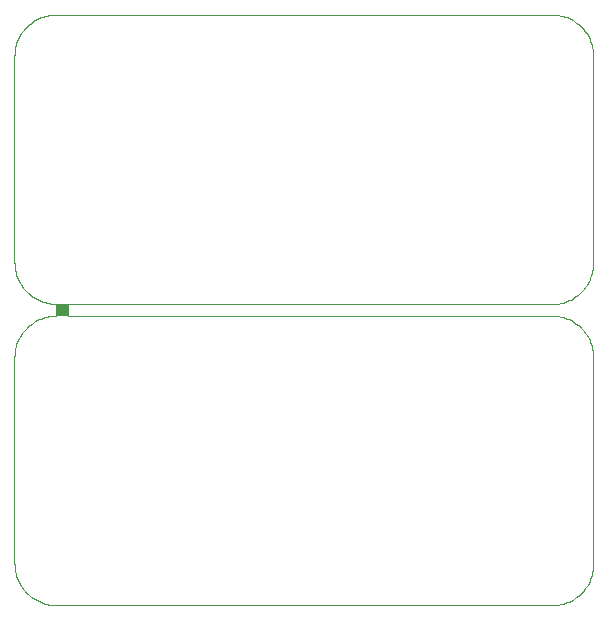
<source format=gts>
G75*
G70*
%OFA0B0*%
%FSLAX24Y24*%
%IPPOS*%
%LPD*%
%AMOC8*
5,1,8,0,0,1.08239X$1,22.5*
%
%ADD10C,0.0000*%
%ADD11R,0.0394X0.0394*%
D10*
X000100Y001475D02*
X000100Y001517D01*
X000100Y008368D01*
X000100Y008371D01*
X000100Y008368D02*
X000102Y008440D01*
X000108Y008512D01*
X000117Y008584D01*
X000130Y008655D01*
X000147Y008725D01*
X000167Y008794D01*
X000192Y008862D01*
X000219Y008928D01*
X000250Y008994D01*
X000285Y009057D01*
X000322Y009119D01*
X000363Y009178D01*
X000407Y009235D01*
X000454Y009290D01*
X000504Y009342D01*
X000556Y009392D01*
X000611Y009439D01*
X000668Y009483D01*
X000727Y009524D01*
X000789Y009561D01*
X000852Y009596D01*
X000918Y009627D01*
X000984Y009654D01*
X001052Y009679D01*
X001121Y009699D01*
X001191Y009716D01*
X001262Y009729D01*
X001334Y009738D01*
X001406Y009744D01*
X001478Y009746D01*
X001478Y010139D01*
X001475Y010139D01*
X001475Y009746D02*
X001478Y009746D01*
X001872Y009746D02*
X018014Y009746D01*
X018014Y010139D02*
X001872Y010139D01*
X001872Y009746D01*
X001478Y010139D02*
X001405Y010142D01*
X001332Y010149D01*
X001260Y010159D01*
X001188Y010174D01*
X001117Y010192D01*
X001047Y010214D01*
X000979Y010239D01*
X000911Y010268D01*
X000846Y010300D01*
X000782Y010336D01*
X000720Y010375D01*
X000660Y010418D01*
X000603Y010463D01*
X000548Y010511D01*
X000496Y010562D01*
X000446Y010616D01*
X000399Y010673D01*
X000356Y010731D01*
X000315Y010792D01*
X000278Y010855D01*
X000244Y010920D01*
X000213Y010986D01*
X000186Y011054D01*
X000162Y011124D01*
X000143Y011194D01*
X000127Y011266D01*
X000114Y011338D01*
X000106Y011410D01*
X000101Y011484D01*
X000100Y011557D01*
X000100Y018407D01*
X000100Y018410D01*
X000100Y018407D02*
X000102Y018479D01*
X000108Y018551D01*
X000117Y018623D01*
X000130Y018694D01*
X000147Y018764D01*
X000167Y018833D01*
X000192Y018901D01*
X000219Y018967D01*
X000250Y019033D01*
X000285Y019096D01*
X000322Y019158D01*
X000363Y019217D01*
X000407Y019274D01*
X000454Y019329D01*
X000504Y019381D01*
X000556Y019431D01*
X000611Y019478D01*
X000668Y019522D01*
X000727Y019563D01*
X000789Y019600D01*
X000852Y019635D01*
X000918Y019666D01*
X000984Y019693D01*
X001052Y019718D01*
X001121Y019738D01*
X001191Y019755D01*
X001262Y019768D01*
X001334Y019777D01*
X001406Y019783D01*
X001478Y019785D01*
X018014Y019785D01*
X018086Y019783D01*
X018158Y019777D01*
X018230Y019768D01*
X018301Y019755D01*
X018371Y019738D01*
X018440Y019718D01*
X018508Y019693D01*
X018574Y019666D01*
X018640Y019635D01*
X018703Y019600D01*
X018765Y019563D01*
X018824Y019522D01*
X018881Y019478D01*
X018936Y019431D01*
X018988Y019381D01*
X019038Y019329D01*
X019085Y019274D01*
X019129Y019217D01*
X019170Y019158D01*
X019207Y019096D01*
X019242Y019033D01*
X019273Y018967D01*
X019300Y018901D01*
X019325Y018833D01*
X019345Y018764D01*
X019362Y018694D01*
X019375Y018623D01*
X019384Y018551D01*
X019390Y018479D01*
X019392Y018407D01*
X019391Y018407D02*
X019391Y011517D01*
X019392Y011517D02*
X019390Y011445D01*
X019384Y011373D01*
X019375Y011301D01*
X019362Y011230D01*
X019345Y011160D01*
X019325Y011091D01*
X019300Y011023D01*
X019273Y010957D01*
X019242Y010891D01*
X019207Y010828D01*
X019170Y010766D01*
X019129Y010707D01*
X019085Y010650D01*
X019038Y010595D01*
X018988Y010543D01*
X018936Y010493D01*
X018881Y010446D01*
X018824Y010402D01*
X018765Y010361D01*
X018703Y010324D01*
X018640Y010289D01*
X018574Y010258D01*
X018508Y010231D01*
X018440Y010206D01*
X018371Y010186D01*
X018301Y010169D01*
X018230Y010156D01*
X018158Y010147D01*
X018086Y010141D01*
X018014Y010139D01*
X018017Y010139D01*
X018014Y009746D02*
X018086Y009744D01*
X018158Y009738D01*
X018230Y009729D01*
X018301Y009716D01*
X018371Y009699D01*
X018440Y009679D01*
X018508Y009654D01*
X018574Y009627D01*
X018640Y009596D01*
X018703Y009561D01*
X018765Y009524D01*
X018824Y009483D01*
X018881Y009439D01*
X018936Y009392D01*
X018988Y009342D01*
X019038Y009290D01*
X019085Y009235D01*
X019129Y009178D01*
X019170Y009119D01*
X019207Y009057D01*
X019242Y008994D01*
X019273Y008928D01*
X019300Y008862D01*
X019325Y008794D01*
X019345Y008725D01*
X019362Y008655D01*
X019375Y008584D01*
X019384Y008512D01*
X019390Y008440D01*
X019392Y008368D01*
X019391Y008368D02*
X019391Y001478D01*
X019392Y001478D02*
X019390Y001406D01*
X019384Y001334D01*
X019375Y001262D01*
X019362Y001191D01*
X019345Y001121D01*
X019325Y001052D01*
X019300Y000984D01*
X019273Y000918D01*
X019242Y000852D01*
X019207Y000789D01*
X019170Y000727D01*
X019129Y000668D01*
X019085Y000611D01*
X019038Y000556D01*
X018988Y000504D01*
X018936Y000454D01*
X018881Y000407D01*
X018824Y000363D01*
X018765Y000322D01*
X018703Y000285D01*
X018640Y000250D01*
X018574Y000219D01*
X018508Y000192D01*
X018440Y000167D01*
X018371Y000147D01*
X018301Y000130D01*
X018230Y000117D01*
X018158Y000108D01*
X018086Y000102D01*
X018014Y000100D01*
X018017Y000100D01*
X018014Y000100D02*
X001478Y000100D01*
X001475Y000100D01*
X001478Y000100D02*
X001405Y000103D01*
X001332Y000110D01*
X001260Y000120D01*
X001188Y000135D01*
X001117Y000153D01*
X001047Y000175D01*
X000979Y000200D01*
X000911Y000229D01*
X000846Y000261D01*
X000782Y000297D01*
X000720Y000336D01*
X000660Y000379D01*
X000603Y000424D01*
X000548Y000472D01*
X000496Y000523D01*
X000446Y000577D01*
X000399Y000634D01*
X000356Y000692D01*
X000315Y000753D01*
X000278Y000816D01*
X000244Y000881D01*
X000213Y000947D01*
X000186Y001015D01*
X000162Y001085D01*
X000143Y001155D01*
X000127Y001227D01*
X000114Y001299D01*
X000106Y001371D01*
X000101Y001445D01*
X000100Y001518D01*
X000100Y011514D02*
X000100Y011557D01*
D11*
X001675Y009943D03*
M02*

</source>
